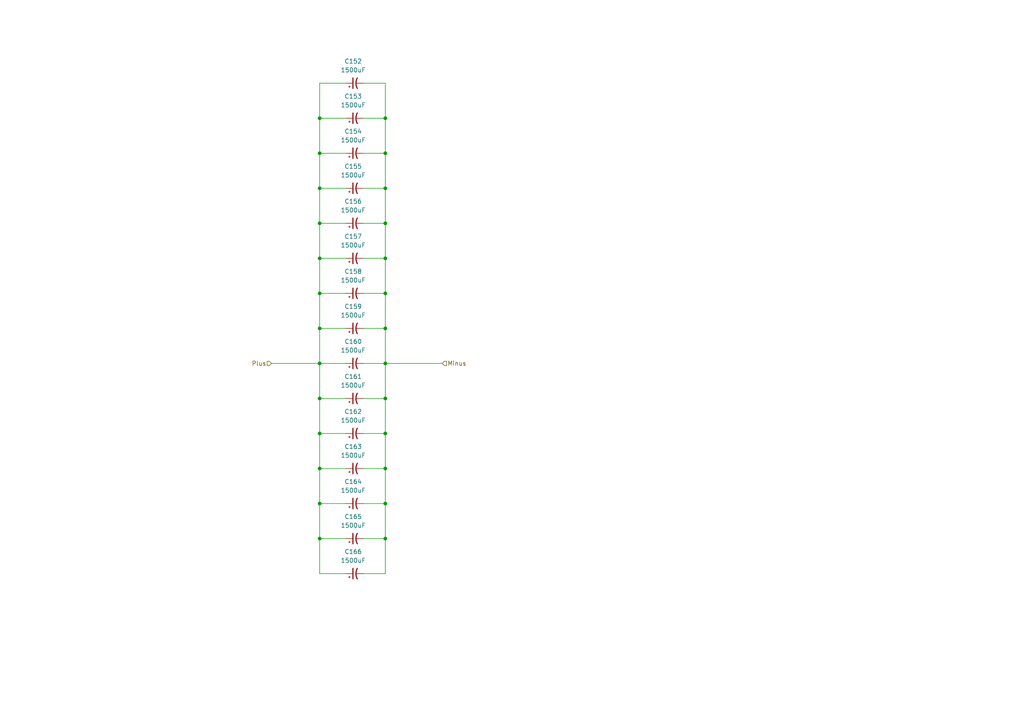
<source format=kicad_sch>
(kicad_sch (version 20250114) (generator "eeschema") (generator_version "9.0")
  (paper "A4")
  (lib_symbols
    (symbol "Device:C_Polarized_Small_US" (pin_numbers (hide yes)) (pin_names (offset 0.254) (hide yes))
      (property "Reference" "C" (at 0.254 1.778 0))
      (property "Value" "C_Polarized_Small_US" (at 0.254 -2.032 0))
      (symbol "C_Polarized_Small_US_0_1"
        (polyline (pts (xy -1.524 0.508) (xy 1.524 0.508)) (stroke (width 0.3048)))
        (polyline (pts (xy -1.27 1.524) (xy -0.762 1.524)))
        (polyline (pts (xy -1.016 1.27) (xy -1.016 1.778)))
        (arc (start -1.524 -0.762) (mid 0 -0.3734) (end 1.524 -0.762) (stroke (width 0.3048)))
      )
      (symbol "C_Polarized_Small_US_1_1"
        (pin passive line (at 0 2.54 270) (length 2.032) (name "~") (number "1"))
        (pin passive line (at 0 -2.54 90) (length 2.032) (name "~") (number "2"))
      )
    )
  )
  (junction (at 92.71 146.05))
  (junction (at 92.71 54.61))
  (junction (at 111.76 135.89))
  (junction (at 111.76 74.93))
  (junction (at 92.71 74.93))
  (junction (at 111.76 156.21))
  (junction (at 111.76 95.25))
  (junction (at 92.71 115.57))
  (junction (at 111.76 125.73))
  (junction (at 92.71 95.25))
  (junction (at 92.71 125.73))
  (junction (at 111.76 64.77))
  (junction (at 92.71 135.89))
  (junction (at 111.76 54.61))
  (junction (at 111.76 85.09))
  (junction (at 92.71 85.09))
  (junction (at 92.71 34.29))
  (junction (at 92.71 44.45))
  (junction (at 111.76 146.05))
  (junction (at 111.76 105.41))
  (junction (at 111.76 44.45))
  (junction (at 92.71 64.77))
  (junction (at 111.76 34.29))
  (junction (at 92.71 156.21))
  (junction (at 92.71 105.41))
  (junction (at 111.76 115.57))
  (wire (pts (xy 105.41 54.61) (xy 111.76 54.61)))
  (wire (pts (xy 92.71 125.73) (xy 92.71 135.89)))
  (wire (pts (xy 105.41 105.41) (xy 111.76 105.41)))
  (wire (pts (xy 92.71 54.61) (xy 92.71 64.77)))
  (wire (pts (xy 92.71 95.25) (xy 92.71 105.41)))
  (wire (pts (xy 92.71 146.05) (xy 100.33 146.05)))
  (wire (pts (xy 92.71 125.73) (xy 100.33 125.73)))
  (wire (pts (xy 111.76 95.25) (xy 111.76 105.41)))
  (wire (pts (xy 111.76 156.21) (xy 111.76 166.37)))
  (wire (pts (xy 105.41 95.25) (xy 111.76 95.25)))
  (wire (pts (xy 92.71 115.57) (xy 100.33 115.57)))
  (wire (pts (xy 92.71 44.45) (xy 92.71 54.61)))
  (wire (pts (xy 92.71 135.89) (xy 100.33 135.89)))
  (wire (pts (xy 111.76 64.77) (xy 111.76 74.93)))
  (wire (pts (xy 105.41 156.21) (xy 111.76 156.21)))
  (wire (pts (xy 92.71 105.41) (xy 92.71 115.57)))
  (wire (pts (xy 92.71 54.61) (xy 100.33 54.61)))
  (wire (pts (xy 111.76 44.45) (xy 111.76 54.61)))
  (wire (pts (xy 111.76 85.09) (xy 111.76 95.25)))
  (wire (pts (xy 111.76 125.73) (xy 111.76 135.89)))
  (wire (pts (xy 105.41 44.45) (xy 111.76 44.45)))
  (wire (pts (xy 111.76 105.41) (xy 128.27 105.41)))
  (wire (pts (xy 100.33 24.13) (xy 92.71 24.13)))
  (wire (pts (xy 111.76 146.05) (xy 111.76 156.21)))
  (wire (pts (xy 111.76 135.89) (xy 111.76 146.05)))
  (wire (pts (xy 92.71 85.09) (xy 92.71 95.25)))
  (wire (pts (xy 92.71 85.09) (xy 100.33 85.09)))
  (wire (pts (xy 92.71 166.37) (xy 100.33 166.37)))
  (wire (pts (xy 105.41 34.29) (xy 111.76 34.29)))
  (wire (pts (xy 92.71 34.29) (xy 92.71 44.45)))
  (wire (pts (xy 111.76 105.41) (xy 111.76 115.57)))
  (wire (pts (xy 92.71 74.93) (xy 92.71 85.09)))
  (wire (pts (xy 105.41 146.05) (xy 111.76 146.05)))
  (wire (pts (xy 105.41 166.37) (xy 111.76 166.37)))
  (wire (pts (xy 92.71 64.77) (xy 92.71 74.93)))
  (wire (pts (xy 92.71 156.21) (xy 100.33 156.21)))
  (wire (pts (xy 92.71 146.05) (xy 92.71 156.21)))
  (wire (pts (xy 92.71 156.21) (xy 92.71 166.37)))
  (wire (pts (xy 78.74 105.41) (xy 92.71 105.41)))
  (wire (pts (xy 111.76 115.57) (xy 111.76 125.73)))
  (wire (pts (xy 105.41 85.09) (xy 111.76 85.09)))
  (wire (pts (xy 92.71 34.29) (xy 100.33 34.29)))
  (wire (pts (xy 111.76 54.61) (xy 111.76 64.77)))
  (wire (pts (xy 92.71 95.25) (xy 100.33 95.25)))
  (wire (pts (xy 92.71 24.13) (xy 92.71 34.29)))
  (wire (pts (xy 105.41 125.73) (xy 111.76 125.73)))
  (wire (pts (xy 92.71 64.77) (xy 100.33 64.77)))
  (wire (pts (xy 105.41 115.57) (xy 111.76 115.57)))
  (wire (pts (xy 92.71 74.93) (xy 100.33 74.93)))
  (wire (pts (xy 92.71 44.45) (xy 100.33 44.45)))
  (wire (pts (xy 111.76 74.93) (xy 111.76 85.09)))
  (wire (pts (xy 92.71 105.41) (xy 100.33 105.41)))
  (wire (pts (xy 92.71 135.89) (xy 92.71 146.05)))
  (wire (pts (xy 105.41 64.77) (xy 111.76 64.77)))
  (wire (pts (xy 105.41 24.13) (xy 111.76 24.13)))
  (wire (pts (xy 92.71 115.57) (xy 92.71 125.73)))
  (wire (pts (xy 105.41 74.93) (xy 111.76 74.93)))
  (wire (pts (xy 111.76 34.29) (xy 111.76 44.45)))
  (wire (pts (xy 111.76 24.13) (xy 111.76 34.29)))
  (wire (pts (xy 105.41 135.89) (xy 111.76 135.89)))
  (hierarchical_label "Minus" (shape input) (at 128.27 105.41 0))
  (hierarchical_label "Plus" (shape input) (at 78.74 105.41 180))
  (symbol (lib_id "Device:C_Polarized_Small_US") (at 102.87 125.73 90) (unit 1)
    (property "Reference" "C162" (at 102.4382 119.38 90))
    (property "Value" "1500uF" (at 102.4382 121.92 90))
    (property "Description" "Polarized capacitor, small US symbol" (effects (hide yes)))
    (instances (project "red_cap_bank_1" (path "" (reference "C162") (unit 1)) (path "" (reference "C147") (unit 1)) (path "" (reference "C207") (unit 1)) (path "" (reference "C252") (unit 1)) (path "" (reference "C192") (unit 1)) (path "" (reference "C222") (unit 1)) (path "" (reference "C237") (unit 1))))
  )
  (symbol (lib_id "Device:C_Polarized_Small_US") (at 102.87 166.37 90) (unit 1)
    (property "Reference" "C166" (at 102.4382 160.02 90))
    (property "Value" "1500uF" (at 102.4382 162.56 90))
    (property "Description" "Polarized capacitor, small US symbol" (effects (hide yes)))
    (instances (project "red_cap_bank_1" (path "" (reference "C166") (unit 1)) (path "" (reference "C151") (unit 1)) (path "" (reference "C211") (unit 1)) (path "" (reference "C256") (unit 1)) (path "" (reference "C196") (unit 1)) (path "" (reference "C226") (unit 1)) (path "" (reference "C241") (unit 1))))
  )
  (symbol (lib_id "Device:C_Polarized_Small_US") (at 102.87 24.13 90) (unit 1)
    (property "Reference" "C152" (at 102.4382 17.78 90))
    (property "Value" "1500uF" (at 102.4382 20.32 90))
    (property "Description" "Polarized capacitor, small US symbol" (effects (hide yes)))
    (instances (project "red_cap_bank_1" (path "" (reference "C152") (unit 1)) (path "" (reference "C137") (unit 1)) (path "" (reference "C197") (unit 1)) (path "" (reference "C242") (unit 1)) (path "" (reference "C182") (unit 1)) (path "" (reference "C212") (unit 1)) (path "" (reference "C227") (unit 1))))
  )
  (symbol (lib_id "Device:C_Polarized_Small_US") (at 102.87 54.61 90) (unit 1)
    (property "Reference" "C155" (at 102.4382 48.26 90))
    (property "Value" "1500uF" (at 102.4382 50.8 90))
    (property "Description" "Polarized capacitor, small US symbol" (effects (hide yes)))
    (instances (project "red_cap_bank_1" (path "" (reference "C155") (unit 1)) (path "" (reference "C140") (unit 1)) (path "" (reference "C200") (unit 1)) (path "" (reference "C245") (unit 1)) (path "" (reference "C185") (unit 1)) (path "" (reference "C215") (unit 1)) (path "" (reference "C230") (unit 1))))
  )
  (symbol (lib_id "Device:C_Polarized_Small_US") (at 102.87 135.89 90) (unit 1)
    (property "Reference" "C163" (at 102.4382 129.54 90))
    (property "Value" "1500uF" (at 102.4382 132.08 90))
    (property "Description" "Polarized capacitor, small US symbol" (effects (hide yes)))
    (instances (project "red_cap_bank_1" (path "" (reference "C163") (unit 1)) (path "" (reference "C148") (unit 1)) (path "" (reference "C208") (unit 1)) (path "" (reference "C253") (unit 1)) (path "" (reference "C193") (unit 1)) (path "" (reference "C223") (unit 1)) (path "" (reference "C238") (unit 1))))
  )
  (symbol (lib_id "Device:C_Polarized_Small_US") (at 102.87 105.41 90) (unit 1)
    (property "Reference" "C160" (at 102.4382 99.06 90))
    (property "Value" "1500uF" (at 102.4382 101.6 90))
    (property "Description" "Polarized capacitor, small US symbol" (effects (hide yes)))
    (instances (project "red_cap_bank_1" (path "" (reference "C160") (unit 1)) (path "" (reference "C145") (unit 1)) (path "" (reference "C205") (unit 1)) (path "" (reference "C250") (unit 1)) (path "" (reference "C190") (unit 1)) (path "" (reference "C220") (unit 1)) (path "" (reference "C235") (unit 1))))
  )
  (symbol (lib_id "Device:C_Polarized_Small_US") (at 102.87 156.21 90) (unit 1)
    (property "Reference" "C165" (at 102.4382 149.86 90))
    (property "Value" "1500uF" (at 102.4382 152.4 90))
    (property "Description" "Polarized capacitor, small US symbol" (effects (hide yes)))
    (instances (project "red_cap_bank_1" (path "" (reference "C165") (unit 1)) (path "" (reference "C150") (unit 1)) (path "" (reference "C210") (unit 1)) (path "" (reference "C255") (unit 1)) (path "" (reference "C195") (unit 1)) (path "" (reference "C225") (unit 1)) (path "" (reference "C240") (unit 1))))
  )
  (symbol (lib_id "Device:C_Polarized_Small_US") (at 102.87 34.29 90) (unit 1)
    (property "Reference" "C153" (at 102.4382 27.94 90))
    (property "Value" "1500uF" (at 102.4382 30.48 90))
    (property "Description" "Polarized capacitor, small US symbol" (effects (hide yes)))
    (instances (project "red_cap_bank_1" (path "" (reference "C153") (unit 1)) (path "" (reference "C138") (unit 1)) (path "" (reference "C198") (unit 1)) (path "" (reference "C243") (unit 1)) (path "" (reference "C183") (unit 1)) (path "" (reference "C213") (unit 1)) (path "" (reference "C228") (unit 1))))
  )
  (symbol (lib_id "Device:C_Polarized_Small_US") (at 102.87 64.77 90) (unit 1)
    (property "Reference" "C156" (at 102.4382 58.42 90))
    (property "Value" "1500uF" (at 102.4382 60.96 90))
    (property "Description" "Polarized capacitor, small US symbol" (effects (hide yes)))
    (instances (project "red_cap_bank_1" (path "" (reference "C156") (unit 1)) (path "" (reference "C141") (unit 1)) (path "" (reference "C201") (unit 1)) (path "" (reference "C246") (unit 1)) (path "" (reference "C186") (unit 1)) (path "" (reference "C216") (unit 1)) (path "" (reference "C231") (unit 1))))
  )
  (symbol (lib_id "Device:C_Polarized_Small_US") (at 102.87 85.09 90) (unit 1)
    (property "Reference" "C158" (at 102.4382 78.74 90))
    (property "Value" "1500uF" (at 102.4382 81.28 90))
    (property "Description" "Polarized capacitor, small US symbol" (effects (hide yes)))
    (instances (project "red_cap_bank_1" (path "" (reference "C158") (unit 1)) (path "" (reference "C143") (unit 1)) (path "" (reference "C203") (unit 1)) (path "" (reference "C248") (unit 1)) (path "" (reference "C188") (unit 1)) (path "" (reference "C218") (unit 1)) (path "" (reference "C233") (unit 1))))
  )
  (symbol (lib_id "Device:C_Polarized_Small_US") (at 102.87 115.57 90) (unit 1)
    (property "Reference" "C161" (at 102.4382 109.22 90))
    (property "Value" "1500uF" (at 102.4382 111.76 90))
    (property "Description" "Polarized capacitor, small US symbol" (effects (hide yes)))
    (instances (project "red_cap_bank_1" (path "" (reference "C161") (unit 1)) (path "" (reference "C146") (unit 1)) (path "" (reference "C206") (unit 1)) (path "" (reference "C251") (unit 1)) (path "" (reference "C191") (unit 1)) (path "" (reference "C221") (unit 1)) (path "" (reference "C236") (unit 1))))
  )
  (symbol (lib_id "Device:C_Polarized_Small_US") (at 102.87 146.05 90) (unit 1)
    (property "Reference" "C164" (at 102.4382 139.7 90))
    (property "Value" "1500uF" (at 102.4382 142.24 90))
    (property "Description" "Polarized capacitor, small US symbol" (effects (hide yes)))
    (instances (project "red_cap_bank_1" (path "" (reference "C164") (unit 1)) (path "" (reference "C149") (unit 1)) (path "" (reference "C209") (unit 1)) (path "" (reference "C254") (unit 1)) (path "" (reference "C194") (unit 1)) (path "" (reference "C224") (unit 1)) (path "" (reference "C239") (unit 1))))
  )
  (symbol (lib_id "Device:C_Polarized_Small_US") (at 102.87 74.93 90) (unit 1)
    (property "Reference" "C157" (at 102.4382 68.58 90))
    (property "Value" "1500uF" (at 102.4382 71.12 90))
    (property "Description" "Polarized capacitor, small US symbol" (effects (hide yes)))
    (instances (project "red_cap_bank_1" (path "" (reference "C157") (unit 1)) (path "" (reference "C142") (unit 1)) (path "" (reference "C202") (unit 1)) (path "" (reference "C247") (unit 1)) (path "" (reference "C187") (unit 1)) (path "" (reference "C217") (unit 1)) (path "" (reference "C232") (unit 1))))
  )
  (symbol (lib_id "Device:C_Polarized_Small_US") (at 102.87 44.45 90) (unit 1)
    (property "Reference" "C154" (at 102.4382 38.1 90))
    (property "Value" "1500uF" (at 102.4382 40.64 90))
    (property "Description" "Polarized capacitor, small US symbol" (effects (hide yes)))
    (instances (project "red_cap_bank_1" (path "" (reference "C154") (unit 1)) (path "" (reference "C139") (unit 1)) (path "" (reference "C199") (unit 1)) (path "" (reference "C244") (unit 1)) (path "" (reference "C184") (unit 1)) (path "" (reference "C214") (unit 1)) (path "" (reference "C229") (unit 1))))
  )
  (symbol (lib_id "Device:C_Polarized_Small_US") (at 102.87 95.25 90) (unit 1)
    (property "Reference" "C159" (at 102.4382 88.9 90))
    (property "Value" "1500uF" (at 102.4382 91.44 90))
    (property "Description" "Polarized capacitor, small US symbol" (effects (hide yes)))
    (instances (project "red_cap_bank_1" (path "" (reference "C159") (unit 1)) (path "" (reference "C144") (unit 1)) (path "" (reference "C204") (unit 1)) (path "" (reference "C249") (unit 1)) (path "" (reference "C189") (unit 1)) (path "" (reference "C219") (unit 1)) (path "" (reference "C234") (unit 1))))
  )
)
</source>
